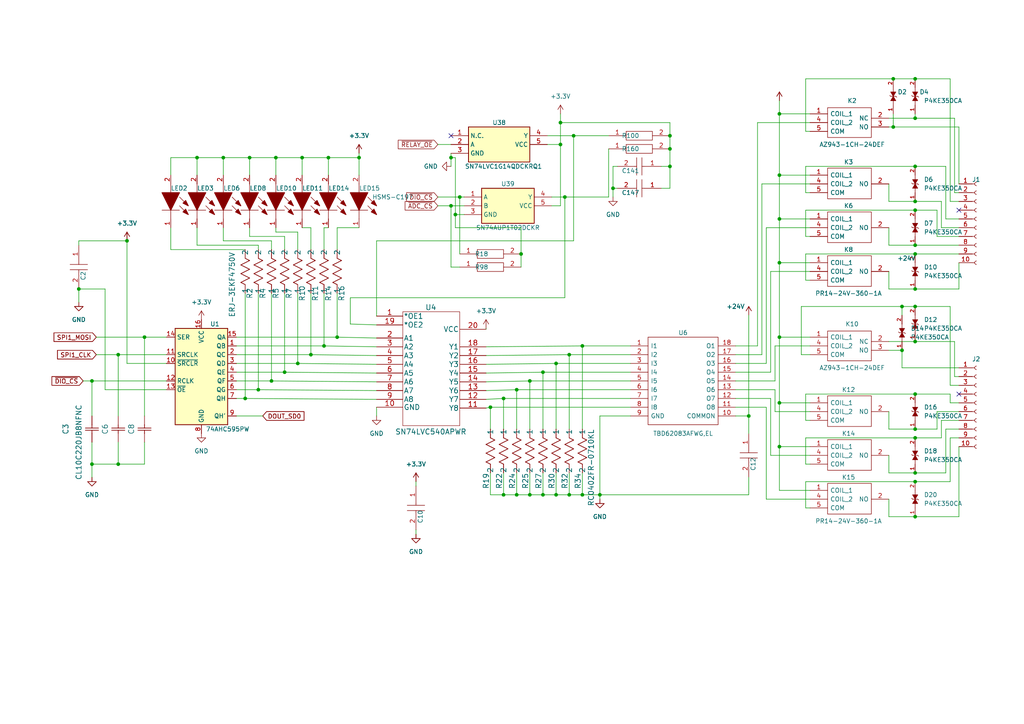
<source format=kicad_sch>
(kicad_sch (version 20230121) (generator eeschema)
  (paper "A4")
  (title_block (title "Digital Outputs") (date "2023-02-24") (company "OPA Foundation"))
  (junction (at 265.43 127))
  (junction (at 259.08 22.86))
  (junction (at 265.43 149.86))
  (junction (at 71.12 115.57))
  (junction (at 36.83 69.85))
  (junction (at 162.56 41.91))
  (junction (at 157.48 143.51))
  (junction (at 265.43 22.86))
  (junction (at 93.98 100.33))
  (junction (at 162.56 35.56))
  (junction (at 80.01 45.72))
  (junction (at 26.67 134.62))
  (junction (at 194.31 48.26))
  (junction (at 149.86 143.51))
  (junction (at 265.43 60.96))
  (junction (at 226.06 76.2))
  (junction (at 265.43 99.06))
  (junction (at 173.99 143.51))
  (junction (at 86.36 105.41))
  (junction (at 265.43 71.12))
  (junction (at 146.05 115.57))
  (junction (at 64.77 45.72))
  (junction (at 194.31 39.37))
  (junction (at 168.91 143.51))
  (junction (at 265.43 48.26))
  (junction (at 146.05 143.51))
  (junction (at 78.74 110.49))
  (junction (at 34.29 102.87))
  (junction (at 165.1 143.51))
  (junction (at 153.67 110.49))
  (junction (at 265.43 34.29))
  (junction (at 72.39 45.72))
  (junction (at 161.29 105.41))
  (junction (at 168.91 100.33))
  (junction (at 265.43 137.16))
  (junction (at 41.91 97.79))
  (junction (at 265.43 83.82))
  (junction (at 142.24 118.11))
  (junction (at 153.67 143.51))
  (junction (at 226.06 116.84))
  (junction (at 194.31 43.18))
  (junction (at 261.62 101.6))
  (junction (at 259.08 36.83))
  (junction (at 226.06 129.54))
  (junction (at 104.14 45.72))
  (junction (at 57.15 45.72))
  (junction (at 165.1 102.87))
  (junction (at 82.55 107.95))
  (junction (at 265.43 73.66))
  (junction (at 265.43 114.3))
  (junction (at 97.79 97.79))
  (junction (at 226.06 50.8))
  (junction (at 151.13 73.66))
  (junction (at 149.86 113.03))
  (junction (at 261.62 88.9))
  (junction (at 217.17 120.65))
  (junction (at 177.8 54.61))
  (junction (at 226.06 97.79))
  (junction (at 26.67 110.49))
  (junction (at 22.86 83.82))
  (junction (at 34.29 134.62))
  (junction (at 132.08 62.23))
  (junction (at 87.63 45.72))
  (junction (at 265.43 88.9))
  (junction (at 130.81 45.72))
  (junction (at 265.43 124.46))
  (junction (at 166.37 39.37))
  (junction (at 133.35 57.15))
  (junction (at 226.06 33.02))
  (junction (at 157.48 107.95))
  (junction (at 161.29 143.51))
  (junction (at 226.06 63.5))
  (junction (at 265.43 139.7))
  (junction (at 90.17 102.87))
  (junction (at 95.25 45.72))
  (junction (at 163.83 57.15))
  (junction (at 74.93 113.03))
  (junction (at 265.43 58.42))
  (junction (at 130.81 59.69))
  (no_connect (at 130.81 39.37))
  (no_connect (at 278.13 60.96))
  (no_connect (at 278.13 114.3))
  (wire (pts (xy 278.13 36.83) (xy 259.08 36.83)))
  (wire (pts (xy 41.91 128.27) (xy 41.91 134.62)))
  (wire (pts (xy 232.41 102.87) (xy 232.41 88.9)))
  (wire (pts (xy 226.06 50.8) (xy 234.95 50.8)))
  (wire (pts (xy 233.68 55.88) (xy 233.68 48.26)))
  (wire (pts (xy 90.17 85.09) (xy 90.17 102.87)))
  (wire (pts (xy 149.86 113.03) (xy 149.86 124.46)))
  (wire (pts (xy 173.99 120.65) (xy 173.99 143.51)))
  (wire (pts (xy 151.13 73.66) (xy 151.13 77.47)))
  (wire (pts (xy 271.78 119.38) (xy 271.78 124.46)))
  (wire (pts (xy 30.48 113.03) (xy 48.26 113.03)))
  (wire (pts (xy 120.65 139.7) (xy 120.65 140.97)))
  (wire (pts (xy 257.81 119.38) (xy 257.81 124.46)))
  (wire (pts (xy 257.81 34.29) (xy 265.43 34.29)))
  (wire (pts (xy 233.68 114.3) (xy 265.43 114.3)))
  (wire (pts (xy 90.17 102.87) (xy 109.22 103.124)))
  (wire (pts (xy 194.31 39.37) (xy 194.31 35.56)))
  (wire (pts (xy 222.25 118.11) (xy 222.25 144.78)))
  (wire (pts (xy 161.29 143.51) (xy 165.1 143.51)))
  (wire (pts (xy 130.81 48.26) (xy 130.81 45.72)))
  (wire (pts (xy 274.32 124.46) (xy 274.32 137.16)))
  (wire (pts (xy 140.97 108.204) (xy 157.48 107.95)))
  (wire (pts (xy 213.36 107.95) (xy 223.52 107.95)))
  (wire (pts (xy 71.12 115.57) (xy 109.22 115.824)))
  (wire (pts (xy 265.43 22.86) (xy 275.59 22.86)))
  (wire (pts (xy 234.95 53.34) (xy 220.98 53.34)))
  (wire (pts (xy 30.48 83.82) (xy 30.48 113.03)))
  (wire (pts (xy 257.81 53.34) (xy 257.81 58.42)))
  (wire (pts (xy 72.39 68.58) (xy 82.55 68.58)))
  (wire (pts (xy 34.29 128.27) (xy 34.29 134.62)))
  (wire (pts (xy 57.15 45.72) (xy 49.53 45.72)))
  (wire (pts (xy 234.95 68.58) (xy 233.68 68.58)))
  (wire (pts (xy 234.95 55.88) (xy 233.68 55.88)))
  (wire (pts (xy 64.77 69.85) (xy 78.74 69.85)))
  (wire (pts (xy 26.67 110.49) (xy 26.67 120.65)))
  (wire (pts (xy 233.68 127) (xy 265.43 127)))
  (wire (pts (xy 234.95 78.74) (xy 223.52 78.74)))
  (wire (pts (xy 87.63 45.72) (xy 87.63 50.8)))
  (wire (pts (xy 233.68 68.58) (xy 233.68 60.96)))
  (wire (pts (xy 64.77 45.72) (xy 57.15 45.72)))
  (wire (pts (xy 78.74 69.85) (xy 78.74 72.39)))
  (wire (pts (xy 278.13 66.04) (xy 273.05 66.04)))
  (wire (pts (xy 265.43 137.16) (xy 274.32 137.16)))
  (wire (pts (xy 74.93 71.12) (xy 74.93 72.39)))
  (wire (pts (xy 163.83 86.36) (xy 101.6 86.36)))
  (wire (pts (xy 36.83 69.85) (xy 22.86 69.85)))
  (wire (pts (xy 97.79 85.09) (xy 97.79 97.79)))
  (wire (pts (xy 27.94 102.87) (xy 34.29 102.87)))
  (wire (pts (xy 64.77 66.04) (xy 64.77 69.85)))
  (wire (pts (xy 86.36 85.09) (xy 86.36 105.41)))
  (wire (pts (xy 101.6 93.98) (xy 109.22 94.234)))
  (wire (pts (xy 165.1 143.51) (xy 168.91 143.51)))
  (wire (pts (xy 87.63 45.72) (xy 95.25 45.72)))
  (wire (pts (xy 275.59 22.86) (xy 275.59 58.42)))
  (wire (pts (xy 157.48 107.95) (xy 157.48 124.46)))
  (wire (pts (xy 153.67 143.51) (xy 157.48 143.51)))
  (wire (pts (xy 142.24 118.11) (xy 182.88 118.11)))
  (wire (pts (xy 234.95 121.92) (xy 233.68 121.92)))
  (wire (pts (xy 226.06 33.02) (xy 234.95 33.02)))
  (wire (pts (xy 194.31 54.61) (xy 194.31 48.26)))
  (wire (pts (xy 127 41.91) (xy 130.81 41.91)))
  (wire (pts (xy 261.62 106.68) (xy 278.13 106.68)))
  (wire (pts (xy 34.29 134.62) (xy 41.91 134.62)))
  (wire (pts (xy 26.67 134.62) (xy 26.67 138.43)))
  (wire (pts (xy 26.67 110.49) (xy 48.26 110.49)))
  (wire (pts (xy 142.24 137.16) (xy 142.24 143.51)))
  (wire (pts (xy 261.62 88.9) (xy 261.62 91.44)))
  (wire (pts (xy 132.08 66.04) (xy 132.08 62.23)))
  (wire (pts (xy 149.86 137.16) (xy 149.86 143.51)))
  (wire (pts (xy 278.13 129.54) (xy 278.13 149.86)))
  (wire (pts (xy 233.68 60.96) (xy 265.43 60.96)))
  (wire (pts (xy 49.53 72.39) (xy 71.12 72.39)))
  (wire (pts (xy 140.97 100.584) (xy 168.91 100.33)))
  (wire (pts (xy 191.77 54.61) (xy 194.31 54.61)))
  (wire (pts (xy 140.97 105.664) (xy 161.29 105.41)))
  (wire (pts (xy 278.13 127) (xy 275.59 127)))
  (wire (pts (xy 97.79 97.79) (xy 109.22 98.044)))
  (wire (pts (xy 68.58 120.65) (xy 76.2 120.65)))
  (wire (pts (xy 104.14 45.72) (xy 95.25 45.72)))
  (wire (pts (xy 120.65 153.67) (xy 120.65 154.94)))
  (wire (pts (xy 234.95 35.56) (xy 219.71 35.56)))
  (wire (pts (xy 140.97 110.744) (xy 153.67 110.49)))
  (wire (pts (xy 226.06 142.24) (xy 234.95 142.24)))
  (wire (pts (xy 233.68 81.28) (xy 233.68 73.66)))
  (wire (pts (xy 233.68 139.7) (xy 265.43 139.7)))
  (wire (pts (xy 278.13 116.84) (xy 275.59 116.84)))
  (wire (pts (xy 97.79 66.04) (xy 104.14 66.04)))
  (wire (pts (xy 127 57.15) (xy 133.35 57.15)))
  (wire (pts (xy 87.63 66.04) (xy 90.17 66.04)))
  (wire (pts (xy 234.95 38.1) (xy 233.68 38.1)))
  (wire (pts (xy 278.13 68.58) (xy 271.78 68.58)))
  (wire (pts (xy 163.83 57.15) (xy 163.83 86.36)))
  (wire (pts (xy 177.8 54.61) (xy 179.07 54.61)))
  (wire (pts (xy 275.59 88.9) (xy 275.59 111.76)))
  (wire (pts (xy 72.39 66.04) (xy 72.39 68.58)))
  (wire (pts (xy 177.8 48.26) (xy 177.8 54.61)))
  (wire (pts (xy 259.08 33.02) (xy 259.08 36.83)))
  (wire (pts (xy 146.05 124.46) (xy 146.05 115.57)))
  (wire (pts (xy 219.71 35.56) (xy 219.71 100.33)))
  (wire (pts (xy 166.37 69.85) (xy 109.22 69.85)))
  (wire (pts (xy 220.98 53.34) (xy 220.98 102.87)))
  (wire (pts (xy 26.67 128.27) (xy 26.67 134.62)))
  (wire (pts (xy 160.02 59.69) (xy 162.56 59.69)))
  (wire (pts (xy 257.81 99.06) (xy 265.43 99.06)))
  (wire (pts (xy 134.62 62.23) (xy 132.08 62.23)))
  (wire (pts (xy 133.35 57.15) (xy 133.35 73.66)))
  (wire (pts (xy 265.43 149.86) (xy 278.13 149.86)))
  (wire (pts (xy 278.13 58.42) (xy 275.59 58.42)))
  (wire (pts (xy 86.36 67.31) (xy 86.36 72.39)))
  (wire (pts (xy 161.29 105.41) (xy 182.88 105.41)))
  (wire (pts (xy 226.06 129.54) (xy 234.95 129.54)))
  (wire (pts (xy 261.62 88.9) (xy 265.43 88.9)))
  (wire (pts (xy 149.86 113.03) (xy 182.88 113.03)))
  (wire (pts (xy 72.39 45.72) (xy 72.39 50.8)))
  (wire (pts (xy 41.91 97.79) (xy 48.26 97.79)))
  (wire (pts (xy 158.75 39.37) (xy 166.37 39.37)))
  (wire (pts (xy 22.86 69.85) (xy 22.86 71.12)))
  (wire (pts (xy 278.13 55.88) (xy 276.86 55.88)))
  (wire (pts (xy 93.98 66.04) (xy 93.98 72.39)))
  (wire (pts (xy 265.43 58.42) (xy 273.05 58.42)))
  (wire (pts (xy 80.01 45.72) (xy 72.39 45.72)))
  (wire (pts (xy 278.13 119.38) (xy 271.78 119.38)))
  (wire (pts (xy 257.81 71.12) (xy 265.43 71.12)))
  (wire (pts (xy 140.97 113.284) (xy 149.86 113.03)))
  (wire (pts (xy 276.86 55.88) (xy 276.86 34.29)))
  (wire (pts (xy 153.67 137.16) (xy 153.67 143.51)))
  (wire (pts (xy 217.17 120.65) (xy 217.17 125.73)))
  (wire (pts (xy 153.67 110.49) (xy 153.67 124.46)))
  (wire (pts (xy 132.08 45.72) (xy 130.81 45.72)))
  (wire (pts (xy 95.25 45.72) (xy 95.25 50.8)))
  (wire (pts (xy 213.36 120.65) (xy 217.17 120.65)))
  (wire (pts (xy 226.06 50.8) (xy 226.06 63.5)))
  (wire (pts (xy 232.41 88.9) (xy 261.62 88.9)))
  (wire (pts (xy 217.17 91.44) (xy 217.17 120.65)))
  (wire (pts (xy 133.35 57.15) (xy 134.62 57.15)))
  (wire (pts (xy 151.13 73.66) (xy 151.13 66.04)))
  (wire (pts (xy 234.95 144.78) (xy 222.25 144.78)))
  (wire (pts (xy 265.43 124.46) (xy 271.78 124.46)))
  (wire (pts (xy 234.95 132.08) (xy 223.52 132.08)))
  (wire (pts (xy 133.35 77.47) (xy 130.81 77.47)))
  (wire (pts (xy 278.13 124.46) (xy 274.32 124.46)))
  (wire (pts (xy 257.81 137.16) (xy 265.43 137.16)))
  (wire (pts (xy 265.43 88.9) (xy 275.59 88.9)))
  (wire (pts (xy 95.25 66.04) (xy 93.98 66.04)))
  (wire (pts (xy 157.48 107.95) (xy 182.88 107.95)))
  (wire (pts (xy 226.06 97.79) (xy 234.95 97.79)))
  (wire (pts (xy 22.86 83.82) (xy 22.86 87.63)))
  (wire (pts (xy 130.81 59.69) (xy 130.81 77.47)))
  (wire (pts (xy 86.36 105.41) (xy 109.22 105.664)))
  (wire (pts (xy 24.13 110.49) (xy 26.67 110.49)))
  (wire (pts (xy 265.43 139.7) (xy 275.59 139.7)))
  (wire (pts (xy 97.79 66.04) (xy 97.79 72.39)))
  (wire (pts (xy 142.24 143.51) (xy 146.05 143.51)))
  (wire (pts (xy 158.75 41.91) (xy 162.56 41.91)))
  (wire (pts (xy 146.05 115.57) (xy 182.88 115.57)))
  (wire (pts (xy 213.36 113.03) (xy 224.79 113.03)))
  (wire (pts (xy 165.1 137.16) (xy 165.1 143.51)))
  (wire (pts (xy 234.95 147.32) (xy 233.68 147.32)))
  (wire (pts (xy 265.43 127) (xy 273.05 127)))
  (wire (pts (xy 275.59 127) (xy 275.59 139.7)))
  (wire (pts (xy 223.52 132.08) (xy 223.52 115.57)))
  (wire (pts (xy 72.39 45.72) (xy 64.77 45.72)))
  (wire (pts (xy 278.13 63.5) (xy 274.32 63.5)))
  (wire (pts (xy 166.37 39.37) (xy 166.37 69.85)))
  (wire (pts (xy 173.99 143.51) (xy 173.99 144.78)))
  (wire (pts (xy 57.15 45.72) (xy 57.15 50.8)))
  (wire (pts (xy 224.79 119.38) (xy 224.79 113.03)))
  (wire (pts (xy 161.29 137.16) (xy 161.29 143.51)))
  (wire (pts (xy 173.99 120.65) (xy 182.88 120.65)))
  (wire (pts (xy 179.07 48.26) (xy 177.8 48.26)))
  (wire (pts (xy 219.71 100.33) (xy 213.36 100.33)))
  (wire (pts (xy 213.36 118.11) (xy 222.25 118.11)))
  (wire (pts (xy 194.31 39.37) (xy 194.31 43.18)))
  (wire (pts (xy 226.06 76.2) (xy 226.06 97.79)))
  (wire (pts (xy 271.78 68.58) (xy 271.78 60.96)))
  (wire (pts (xy 233.68 121.92) (xy 233.68 114.3)))
  (wire (pts (xy 162.56 41.91) (xy 162.56 59.69)))
  (wire (pts (xy 162.56 33.02) (xy 162.56 35.56)))
  (wire (pts (xy 223.52 78.74) (xy 223.52 107.95)))
  (wire (pts (xy 233.68 134.62) (xy 233.68 127)))
  (wire (pts (xy 82.55 107.95) (xy 109.22 108.204)))
  (wire (pts (xy 157.48 137.16) (xy 157.48 143.51)))
  (wire (pts (xy 140.97 118.364) (xy 142.24 118.11)))
  (wire (pts (xy 226.06 116.84) (xy 234.95 116.84)))
  (wire (pts (xy 233.68 22.86) (xy 259.08 22.86)))
  (wire (pts (xy 191.77 48.26) (xy 194.31 48.26)))
  (wire (pts (xy 226.06 97.79) (xy 226.06 116.84)))
  (wire (pts (xy 234.95 66.04) (xy 222.25 66.04)))
  (wire (pts (xy 41.91 97.79) (xy 41.91 120.65)))
  (wire (pts (xy 233.68 147.32) (xy 233.68 139.7)))
  (wire (pts (xy 259.08 22.86) (xy 265.43 22.86)))
  (wire (pts (xy 149.86 143.51) (xy 153.67 143.51)))
  (wire (pts (xy 109.22 69.85) (xy 109.22 91.694)))
  (wire (pts (xy 36.83 69.85) (xy 36.83 105.41)))
  (wire (pts (xy 265.43 33.02) (xy 265.43 34.29)))
  (wire (pts (xy 265.43 60.96) (xy 271.78 60.96)))
  (wire (pts (xy 153.67 110.49) (xy 182.88 110.49)))
  (wire (pts (xy 257.81 101.6) (xy 261.62 101.6)))
  (wire (pts (xy 130.81 59.69) (xy 134.62 59.69)))
  (wire (pts (xy 68.58 110.49) (xy 78.74 110.49)))
  (wire (pts (xy 127 59.69) (xy 130.81 59.69)))
  (wire (pts (xy 213.36 115.57) (xy 223.52 115.57)))
  (wire (pts (xy 68.58 105.41) (xy 86.36 105.41)))
  (wire (pts (xy 233.68 48.26) (xy 265.43 48.26)))
  (wire (pts (xy 162.56 35.56) (xy 162.56 41.91)))
  (wire (pts (xy 226.06 63.5) (xy 226.06 76.2)))
  (wire (pts (xy 224.79 100.33) (xy 224.79 110.49)))
  (wire (pts (xy 49.53 66.04) (xy 49.53 72.39)))
  (wire (pts (xy 176.53 43.18) (xy 176.53 57.15)))
  (wire (pts (xy 176.53 57.15) (xy 163.83 57.15)))
  (wire (pts (xy 278.13 53.34) (xy 278.13 36.83)))
  (wire (pts (xy 265.43 99.06) (xy 276.86 99.06)))
  (wire (pts (xy 257.81 144.78) (xy 257.81 149.86)))
  (wire (pts (xy 278.13 109.22) (xy 276.86 109.22)))
  (wire (pts (xy 74.93 85.09) (xy 74.93 113.03)))
  (wire (pts (xy 257.81 124.46) (xy 265.43 124.46)))
  (wire (pts (xy 78.74 110.49) (xy 109.22 110.744)))
  (wire (pts (xy 140.97 115.824) (xy 146.05 115.57)))
  (wire (pts (xy 166.37 39.37) (xy 176.53 39.37)))
  (wire (pts (xy 104.14 45.72) (xy 104.14 50.8)))
  (wire (pts (xy 226.06 116.84) (xy 226.06 129.54)))
  (wire (pts (xy 168.91 100.33) (xy 168.91 124.46)))
  (wire (pts (xy 278.13 76.2) (xy 278.13 83.82)))
  (wire (pts (xy 34.29 120.65) (xy 34.29 102.87)))
  (wire (pts (xy 146.05 143.51) (xy 149.86 143.51)))
  (wire (pts (xy 27.94 97.79) (xy 41.91 97.79)))
  (wire (pts (xy 80.01 67.31) (xy 86.36 67.31)))
  (wire (pts (xy 74.93 113.03) (xy 109.22 113.284)))
  (wire (pts (xy 168.91 137.16) (xy 168.91 143.51)))
  (wire (pts (xy 173.99 143.51) (xy 217.17 143.51)))
  (wire (pts (xy 168.91 143.51) (xy 173.99 143.51)))
  (wire (pts (xy 234.95 81.28) (xy 233.68 81.28)))
  (wire (pts (xy 68.58 113.03) (xy 74.93 113.03)))
  (wire (pts (xy 68.58 115.57) (xy 71.12 115.57)))
  (wire (pts (xy 213.36 110.49) (xy 224.79 110.49)))
  (wire (pts (xy 161.29 105.41) (xy 161.29 124.46)))
  (wire (pts (xy 146.05 137.16) (xy 146.05 143.51)))
  (wire (pts (xy 213.36 105.41) (xy 222.25 105.41)))
  (wire (pts (xy 177.8 54.61) (xy 177.8 57.15)))
  (wire (pts (xy 142.24 118.11) (xy 142.24 124.46)))
  (wire (pts (xy 90.17 66.04) (xy 90.17 72.39)))
  (wire (pts (xy 151.13 66.04) (xy 132.08 66.04)))
  (wire (pts (xy 168.91 100.33) (xy 182.88 100.33)))
  (wire (pts (xy 157.48 143.51) (xy 161.29 143.51)))
  (wire (pts (xy 257.81 36.83) (xy 259.08 36.83)))
  (wire (pts (xy 160.02 57.15) (xy 163.83 57.15)))
  (wire (pts (xy 49.53 45.72) (xy 49.53 50.8)))
  (wire (pts (xy 222.25 66.04) (xy 222.25 105.41)))
  (wire (pts (xy 80.01 45.72) (xy 80.01 50.8)))
  (wire (pts (xy 132.08 62.23) (xy 132.08 45.72)))
  (wire (pts (xy 234.95 119.38) (xy 224.79 119.38)))
  (wire (pts (xy 217.17 138.43) (xy 217.17 143.51)))
  (wire (pts (xy 276.86 99.06) (xy 276.86 109.22)))
  (wire (pts (xy 265.43 83.82) (xy 278.13 83.82)))
  (wire (pts (xy 265.43 71.12) (xy 278.13 71.12)))
  (wire (pts (xy 275.59 116.84) (xy 275.59 114.3)))
  (wire (pts (xy 233.68 38.1) (xy 233.68 22.86)))
  (wire (pts (xy 140.97 95.504) (xy 140.97 95.25)))
  (wire (pts (xy 71.12 85.09) (xy 71.12 115.57)))
  (wire (pts (xy 257.81 66.04) (xy 257.81 71.12)))
  (wire (pts (xy 226.06 29.21) (xy 226.06 33.02)))
  (wire (pts (xy 80.01 66.04) (xy 80.01 67.31)))
  (wire (pts (xy 261.62 106.68) (xy 261.62 101.6)))
  (wire (pts (xy 233.68 73.66) (xy 265.43 73.66)))
  (wire (pts (xy 274.32 63.5) (xy 274.32 48.26)))
  (wire (pts (xy 226.06 76.2) (xy 234.95 76.2)))
  (wire (pts (xy 82.55 85.09) (xy 82.55 107.95)))
  (wire (pts (xy 273.05 121.92) (xy 273.05 127)))
  (wire (pts (xy 265.43 114.3) (xy 275.59 114.3)))
  (wire (pts (xy 104.14 44.45) (xy 104.14 45.72)))
  (wire (pts (xy 130.81 44.45) (xy 130.81 45.72)))
  (wire (pts (xy 226.06 33.02) (xy 226.06 50.8)))
  (wire (pts (xy 87.63 45.72) (xy 80.01 45.72)))
  (wire (pts (xy 265.43 48.26) (xy 274.32 48.26)))
  (wire (pts (xy 78.74 85.09) (xy 78.74 110.49)))
  (wire (pts (xy 194.31 48.26) (xy 194.31 43.18)))
  (wire (pts (xy 234.95 134.62) (xy 233.68 134.62)))
  (wire (pts (xy 101.6 86.36) (xy 101.6 93.98)))
  (wire (pts (xy 109.22 118.11) (xy 109.22 120.65)))
  (wire (pts (xy 68.58 102.87) (xy 90.17 102.87)))
  (wire (pts (xy 226.06 129.54) (xy 226.06 142.24)))
  (wire (pts (xy 213.36 102.87) (xy 220.98 102.87)))
  (wire (pts (xy 257.81 58.42) (xy 265.43 58.42)))
  (wire (pts (xy 226.06 63.5) (xy 234.95 63.5)))
  (wire (pts (xy 257.81 78.74) (xy 257.81 83.82)))
  (wire (pts (xy 278.13 111.76) (xy 275.59 111.76)))
  (wire (pts (xy 34.29 102.87) (xy 48.26 102.87)))
  (wire (pts (xy 64.77 45.72) (xy 64.77 50.8)))
  (wire (pts (xy 194.31 35.56) (xy 162.56 35.56)))
  (wire (pts (xy 257.81 132.08) (xy 257.81 137.16)))
  (wire (pts (xy 82.55 68.58) (xy 82.55 72.39)))
  (wire (pts (xy 234.95 100.33) (xy 224.79 100.33)))
  (wire (pts (xy 30.48 83.82) (xy 22.86 83.82)))
  (wire (pts (xy 265.43 34.29) (xy 276.86 34.29)))
  (wire (pts (xy 57.15 66.04) (xy 57.15 71.12)))
  (wire (pts (xy 68.58 107.95) (xy 82.55 107.95)))
  (wire (pts (xy 273.05 66.04) (xy 273.05 58.42)))
  (wire (pts (xy 165.1 124.46) (xy 165.1 102.87)))
  (wire (pts (xy 234.95 102.87) (xy 232.41 102.87)))
  (wire (pts (xy 257.81 83.82) (xy 265.43 83.82)))
  (wire (pts (xy 93.98 85.09) (xy 93.98 100.33)))
  (wire (pts (xy 278.13 121.92) (xy 273.05 121.92)))
  (wire (pts (xy 26.67 134.62) (xy 34.29 134.62)))
  (wire (pts (xy 93.98 100.33) (xy 109.22 100.584)))
  (wire (pts (xy 265.43 73.66) (xy 278.13 73.66)))
  (wire (pts (xy 57.15 71.12) (xy 74.93 71.12)))
  (wire (pts (xy 140.97 103.124) (xy 165.1 102.87)))
  (wire (pts (xy 68.58 100.33) (xy 93.98 100.33)))
  (wire (pts (xy 257.81 149.86) (xy 265.43 149.86)))
  (wire (pts (xy 36.83 105.41) (xy 48.26 105.41)))
  (wire (pts (xy 68.58 97.79) (xy 97.79 97.79)))
  (wire (pts (xy 165.1 102.87) (xy 182.88 102.87)))
  (global_label "DOUT_SD0" (shape input) (at 76.2 120.65 0) (property "Intersheetrefs" "${INTERSHEET_REFS}" (effects hide)))
  (global_label "DOUT_SD0" (shape input) (at 76.2 120.65 0) (property "Intersheetrefs" "${INTERSHEET_REFS}" (effects hide)))
  (global_label "~{RELAY_OE}" (shape input) (at 127 41.91 180) (property "Intersheetrefs" "${INTERSHEET_REFS}" (effects hide)))
  (global_label "~{DIO_CS}" (shape input) (at 127 57.15 180) (property "Intersheetrefs" "${INTERSHEET_REFS}" (effects hide)))
  (global_label "SPI1_MOSI" (shape input) (at 27.94 97.79 180) (property "Intersheetrefs" "${INTERSHEET_REFS}" (effects hide)))
  (global_label "SPI1_MOSI" (shape input) (at 27.94 97.79 180) (property "Intersheetrefs" "${INTERSHEET_REFS}" (effects hide)))
  (global_label "SPI1_CLK" (shape input) (at 27.94 102.87 180) (property "Intersheetrefs" "${INTERSHEET_REFS}" (effects hide)))
  (global_label "SPI1_CLK" (shape input) (at 27.94 102.87 180) (property "Intersheetrefs" "${INTERSHEET_REFS}" (effects hide)))
  (global_label "~{ADC_CS}" (shape input) (at 127 59.69 180) (property "Intersheetrefs" "${INTERSHEET_REFS}" (effects hide)))
  (global_label "~{DIO_CS}" (shape input) (at 24.13 110.49 180) (property "Intersheetrefs" "${INTERSHEET_REFS}" (effects hide)))
  (global_label "~{DIO_CS}" (shape input) (at 24.13 110.49 180) (property "Intersheetrefs" "${INTERSHEET_REFS}" (effects hide)))
  (symbol (lib_id "ULN2803AFWG_C_ELHA:ULN2803AFWG_C,ELHA") (at 182.88 100.33 0) (unit 1)
    (property "Reference" "U6" (at 198.12 96.52 0))
    (property "Value" "TBD62083AFWG,EL" (at 198.12 125.73 0))
    (property "Footprint" "footprints:SOIC127P1030X265-18N" (effects hide))
    (property "Datasheet" "https://componentsearchengine.com/Datasheets/1/ULN2803AFWG(C,ELHA.pdf" (effects hide))
    (property "Description" "8 Channel High Current Driver SOL18P-300 T+R Lead" (effects hide))
    (property "Height" "2.65" (effects hide))
    (property "Manufacturer_Name" "Toshiba" (effects hide))
    (property "Manufacturer_Part_Number" "ULN2803AFWG(C,ELHA" (effects hide))
    (property "Mouser Part Number" "757-ULN2803AFWGCELHA" (effects hide))
    (property "Mouser Price/Stock" "https://www.mouser.co.uk/ProductDetail/Toshiba/ULN2803AFWGCELHA?qs=QhGSDAOLffLyZyOzY3%2FYww%3D%3D" (effects hide))
    (property "Arrow Part Number" "ULN2803AFWG(C,ELHA" (effects hide))
    (property "Arrow Price/Stock" "https://www.arrow.com/en/products/uln2803afwg-celha/toshiba" (effects hide))
  )
  (symbol (lib_id "HT-191:HT-191NB-YYYY") (at 72.39 66.04 270) (mirror x) (unit 1)
    (property "Reference" "LED8" (at 72.39 54.61 90) (effects (justify left)))
    (property "Value" "HSMS-C197" (effects hide))
    (property "Footprint" "footprints:LEDC1608X60N" (effects hide))
    (property "Datasheet" "https://datasheet.octopart.com/HT-191TW-Harvatek-datasheet-11745710.pdf" (effects hide))
    (property "Description" "Top-emitting 0603 (1608) HT-191 Series" (effects hide))
    (property "Height" "0.6" (effects hide))
    (property "Manufacturer_Name" "Harvatek" (effects hide))
    (property "Manufacturer_Part_Number" "HSMS-C197" (effects hide))
  )
  (symbol (lib_id "power:GND") (at 130.81 48.26 270) (unit 1)
    (property "Reference" "#PWR09" (effects hide))
    (property "Value" "GND" (at 127 48.2599 90) (effects (justify right)))
  )
  (symbol (lib_name "833H-1A-F-S-24VDC_4") (lib_id "833H-1A-24:833H-1A-F-S-24VDC") (at 246.38 78.74 0) (mirror y) (unit 1)
    (property "Reference" "K8" (at 246.126 72.39 0))
    (property "Value" "PR14-24V-360-1A" (at 246.126 85.09 0))
    (property "Footprint" "footprints:833H1CFS24VDC" (effects hide))
    (property "Datasheet" "https://componentsearchengine.com/Datasheets/1/833H-1C-F-S-24VDC.pdf" (effects hide))
    (property "Description" "General Purpose Relays 10A, General Purpose Relay" (effects hide))
    (property "Height" "15.5" (effects hide))
    (property "Manufacturer_Name" "Song Chuan" (effects hide))
    (property "Manufacturer_Part_Number" "833H-1C-F-S-24VDC" (effects hide))
    (property "Mouser Part Number" "893-833H1CFS24VDC" (effects hide))
    (property "Mouser Price/Stock" "https://www.mouser.com/Search/Refine.aspx?Keyword=893-833H1CFS24VDC" (effects hide))
  )
  (symbol (lib_id "P4KE350CA:P4KE350CA") (at 261.62 96.52 90) (unit 1)
    (property "Reference" "D14" (at 264.16 95.2499 90) (effects (justify right)))
    (property "Value" "P4KE350CA" (at 264.16 97.7899 90) (effects (justify right)))
    (property "Footprint" "footprints:DIOAD1036W78L470D235" (effects hide))
    (property "PARTREV" "N2104" (effects hide))
    (property "MAXIMUM_PACKAGE_HEIGHT" "2.70 mm" (effects hide))
    (property "STANDARD" "IPC-7351B" (effects hide))
    (property "MANUFACTURER" "Taiwan Semiconductor" (effects hide))
    (property "Manufacturer_Part_Number" "P4KE350CA" (effects hide))
  )
  (symbol (lib_id "2023-01-18_21-00-29:MCR03EZPFX4750") (at 90.17 85.09 90) (unit 1)
    (property "Reference" "R11" (at 91.44 85.09 0) (effects (font (size 1.524 1.524))))
    (property "Value" "ERJ-3EKF4750V" (effects hide))
    (property "Footprint" "Resistor_SMD:R_0603_1608Metric" (effects hide))
    (property "Manufacturer_Part_Number" "ERJ-3EKF4750V" (effects hide))
  )
  (symbol (lib_id "2023-01-18_21-01-39:ERJ-3GEYJ103V") (at 149.86 137.16 90) (unit 1)
    (property "Reference" "R24" (at 148.59 137.16 0) (effects (font (size 1.524 1.524)) (justify right)))
    (property "Value" "RC0402FR-0710KL" (effects hide))
    (property "Footprint" "Resistor_SMD:R_0402_1005Metric_Pad0.72x0.64mm_HandSolder" (effects hide))
  )
  (symbol (lib_id "P4KE350CA:P4KE350CA") (at 265.43 27.94 90) (unit 1)
    (property "Reference" "D4" (at 266.7 26.67 90) (effects (justify right)))
    (property "Value" "P4KE350CA" (at 267.97 29.2099 90) (effects (justify right)))
    (property "Footprint" "footprints:DIOAD1036W78L470D235" (effects hide))
    (property "PARTREV" "N2104" (effects hide))
    (property "MAXIMUM_PACKAGE_HEIGHT" "2.70 mm" (effects hide))
    (property "STANDARD" "IPC-7351B" (effects hide))
    (property "MANUFACTURER" "Taiwan Semiconductor" (effects hide))
    (property "Manufacturer_Part_Number" "P4KE350CA" (effects hide))
  )
  (symbol (lib_id "2023-01-18_21-00-29:MCR03EZPFX4750") (at 93.98 85.09 90) (unit 1)
    (property "Reference" "R14" (at 95.25 85.09 0) (effects (font (size 1.524 1.524))))
    (property "Value" "ERJ-3EKF4750V" (effects hide))
    (property "Footprint" "Resistor_SMD:R_0603_1608Metric" (effects hide))
    (property "Manufacturer_Part_Number" "ERJ-3EKF4750V" (effects hide))
  )
  (symbol (lib_id "2023-01-18_20-52-27:GRM1885C1H220JA01D") (at 41.91 128.27 90) (unit 1)
    (property "Reference" "C8" (at 38.1 124.46 0) (effects (font (size 1.524 1.524))))
    (property "Value" "CL10C220JB8NFNC" (effects hide))
    (property "Footprint" "Capacitor_SMD:C_0603_1608Metric" (effects hide))
  )
  (symbol (lib_id "2023-01-18_20-52-27:GRM1885C1H220JA01D") (at 26.67 128.27 90) (unit 1)
    (property "Reference" "C3" (at 19.05 124.46 0) (effects (font (size 1.524 1.524))))
    (property "Value" "CL10C220JB8NFNC" (at 22.86 128.27 0) (effects (font (size 1.524 1.524))))
    (property "Footprint" "Capacitor_SMD:C_0603_1608Metric" (effects hide))
  )
  (symbol (lib_id "2023-01-18_21-01-39:ERJ-3GEYJ103V") (at 161.29 137.16 90) (unit 1)
    (property "Reference" "R30" (at 160.02 137.16 0) (effects (font (size 1.524 1.524)) (justify right)))
    (property "Value" "RC0402FR-0710KL" (effects hide))
    (property "Footprint" "Resistor_SMD:R_0402_1005Metric_Pad0.72x0.64mm_HandSolder" (effects hide))
  )
  (symbol (lib_id "power:+24V") (at 217.17 91.44 0) (unit 1)
    (property "Reference" "#PWR017" (effects hide))
    (property "Value" "+24V" (at 213.36 88.9 0))
  )
  (symbol (lib_id "power:+24V") (at 217.17 91.44 0) (unit 1)
    (property "Reference" "#PWR018" (effects hide))
    (property "Value" "+24V" (at 213.36 88.9 0))
  )
  (symbol (lib_name "833H-1C-F-S-24VDC_1") (lib_id "833H-1C-F-S-24VDC:833H-1C-F-S-24VDC") (at 246.38 100.33 0) (mirror y) (unit 1)
    (property "Reference" "K10" (at 247.142 93.98 0))
    (property "Value" "AZ943-1CH-24DEF" (at 247.142 106.68 0))
    (property "Footprint" "footprints:AZ9431CH24DE" (effects hide))
    (property "Datasheet" "https://componentsearchengine.com/Datasheets/1/833H-1C-F-S-24VDC.pdf" (effects hide))
    (property "Description" "General Purpose Relays 10A, General Purpose Relay" (effects hide))
    (property "Height" "15.5" (effects hide))
    (property "Manufacturer_Name" "Song Chuan" (effects hide))
    (property "Manufacturer_Part_Number" "833H-1C-F-S-24VDC" (effects hide))
    (property "Mouser Part Number" "893-833H1CFS24VDC" (effects hide))
    (property "Mouser Price/Stock" "https://www.mouser.com/Search/Refine.aspx?Keyword=893-833H1CFS24VDC" (effects hide))
  )
  (symbol (lib_id "power:GND") (at 58.42 125.73 0) (unit 1)
    (property "Reference" "#PWR0239" (effects hide))
    (property "Value" "GND" (at 58.42 130.81 0))
  )
  (symbol (lib_id "power:GND") (at 120.65 154.94 0) (unit 1)
    (property "Reference" "#PWR013" (effects hide))
    (property "Value" "GND" (at 120.65 160.02 0))
  )
  (symbol (lib_id "power:GND") (at 120.65 154.94 0) (unit 1)
    (property "Reference" "#PWR014" (effects hide))
    (property "Value" "GND" (at 120.65 160.02 0))
  )
  (symbol (lib_id "2023-01-18_21-01-39:ERJ-3GEYJ103V") (at 146.05 137.16 90) (unit 1)
    (property "Reference" "R22" (at 144.78 137.16 0) (effects (font (size 1.524 1.524)) (justify right)))
    (property "Value" "RC0402FR-0710KL" (effects hide))
    (property "Footprint" "Resistor_SMD:R_0402_1005Metric_Pad0.72x0.64mm_HandSolder" (effects hide))
  )
  (symbol (lib_id "power:+24V") (at 226.06 29.21 0) (unit 1)
    (property "Reference" "#PWR019" (effects hide))
    (property "Value" "+24V" (at 262.89 74.93 0))
  )
  (symbol (lib_id "power:+24V") (at 226.06 29.21 0) (unit 1)
    (property "Reference" "#PWR020" (effects hide))
    (property "Value" "+24V" (at 262.89 74.93 0))
  )
  (symbol (lib_id "power:+3.3V") (at 36.83 69.85 0) (unit 1)
    (property "Reference" "#PWR05" (effects hide))
    (property "Value" "+3.3V" (at 36.83 64.77 0))
  )
  (symbol (lib_id "power:+3.3V") (at 36.83 69.85 0) (unit 1)
    (property "Reference" "#PWR06" (effects hide))
    (property "Value" "+3.3V" (at 36.83 64.77 0))
  )
  (symbol (lib_id "P4KE350CA:P4KE350CA") (at 265.43 132.08 90) (unit 1)
    (property "Reference" "D18" (at 267.97 130.8099 90) (effects (justify right)))
    (property "Value" "P4KE350CA" (at 267.97 133.3499 90) (effects (justify right)))
    (property "Footprint" "footprints:DIOAD1036W78L470D235" (effects hide))
    (property "PARTREV" "N2104" (effects hide))
    (property "MAXIMUM_PACKAGE_HEIGHT" "2.70 mm" (effects hide))
    (property "STANDARD" "IPC-7351B" (effects hide))
    (property "MANUFACTURER" "Taiwan Semiconductor" (effects hide))
    (property "Manufacturer_Part_Number" "P4KE350CA" (effects hide))
  )
  (symbol (lib_id "2023-01-18_21-01-39:ERJ-3GEYJ103V") (at 157.48 137.16 90) (unit 1)
    (property "Reference" "R27" (at 156.21 137.16 0) (effects (font (size 1.524 1.524)) (justify right)))
    (property "Value" "RC0402FR-0710KL" (effects hide))
    (property "Footprint" "Resistor_SMD:R_0402_1005Metric_Pad0.72x0.64mm_HandSolder" (effects hide))
  )
  (symbol (lib_id "2023-01-18_21-00-29:MCR03EZPFX4750") (at 74.93 85.09 90) (unit 1)
    (property "Reference" "R4" (at 76.2 85.09 0) (effects (font (size 1.524 1.524))))
    (property "Value" "ERJ-3EKF4750V" (effects hide))
    (property "Footprint" "Resistor_SMD:R_0603_1608Metric" (effects hide))
    (property "Manufacturer_Part_Number" "ERJ-3EKF4750V" (effects hide))
  )
  (symbol (lib_id "2023-01-18_21-01-39:ERJ-3GEYJ103V") (at 168.91 137.16 90) (unit 1)
    (property "Reference" "R34" (at 167.64 137.16 0) (effects (font (size 1.524 1.524)) (justify right)))
    (property "Value" "RC0402FR-0710KL" (at 171.45 124.46 0) (effects (font (size 1.524 1.524)) (justify right)))
    (property "Footprint" "Resistor_SMD:R_0402_1005Metric_Pad0.72x0.64mm_HandSolder" (effects hide))
  )
  (symbol (lib_id "power:+3.3V") (at 104.14 44.45 0) (unit 1)
    (property "Reference" "#PWR07" (effects hide))
    (property "Value" "+3.3V" (at 104.14 39.37 0))
  )
  (symbol (lib_id "power:+3.3V") (at 104.14 44.45 0) (unit 1)
    (property "Reference" "#PWR08" (effects hide))
    (property "Value" "+3.3V" (at 104.14 39.37 0))
  )
  (symbol (lib_id "GRM155R71H104KE14D:GRM155R71H104KE14D") (at 191.77 54.61 0) (mirror y) (unit 1)
    (property "Reference" "C147" (at 182.88 55.88 0))
    (property "Value" "GRM155R71H104KE14D" (effects hide))
    (property "Footprint" "Capacitor_SMD:C_0402_1005Metric" (effects hide))
    (property "Datasheet" "https://datasheet.datasheetarchive.com/originals/distributors/DKDS-10/191322.pdf" (effects hide))
    (property "Description" "Multilayer Ceramic Capacitors MLCC - SMD/SMT 0402 0.1uF 50volts X7R 10%" (effects hide))
    (property "Height" "0.55" (effects hide))
    (property "Manufacturer_Name" "Murata Electronics" (effects hide))
    (property "Manufacturer_Part_Number" "GRM155R71H104KE14D" (effects hide))
    (property "Mouser Part Number" "81-GRM155R71H104KE4D" (effects hide))
    (property "Mouser Price/Stock" "https://www.mouser.co.uk/ProductDetail/Murata-Electronics/GRM155R71H104KE14D?qs=2UZY3JfgLCy9gG9icKV9Yg%3D%3D" (effects hide))
    (property "Arrow Part Number" "GRM155R71H104KE14D" (effects hide))
    (property "Arrow Price/Stock" "https://www.arrow.com/en/products/grm155r71h104ke14d/murata-manufacturing?region=nac" (effects hide))
  )
  (symbol (lib_id "2023-01-18_20-32-23:SN74LVC540APWR") (at 125.73 108.204 0) (unit 1)
    (property "Reference" "U4" (at 124.968 89.154 0) (effects (font (size 1.524 1.524))))
    (property "Value" "SN74LVC540APWR" (at 124.968 125.222 0) (effects (font (size 1.524 1.524))))
    (property "Footprint" "footprints:SOP65P640X120-20N" (effects hide))
  )
  (symbol (lib_name "833H-1C-F-S-24VDC_1") (lib_id "833H-1C-F-S-24VDC:833H-1C-F-S-24VDC") (at 246.38 35.56 0) (mirror y) (unit 1)
    (property "Reference" "K2" (at 247.142 29.21 0))
    (property "Value" "AZ943-1CH-24DEF" (at 247.142 41.91 0))
    (property "Footprint" "footprints:AZ9431CH24DE" (effects hide))
    (property "Datasheet" "https://componentsearchengine.com/Datasheets/1/833H-1C-F-S-24VDC.pdf" (effects hide))
    (property "Description" "General Purpose Relays 10A, General Purpose Relay" (effects hide))
    (property "Height" "15.5" (effects hide))
    (property "Manufacturer_Name" "Song Chuan" (effects hide))
    (property "Manufacturer_Part_Number" "833H-1C-F-S-24VDC" (effects hide))
    (property "Mouser Part Number" "893-833H1CFS24VDC" (effects hide))
    (property "Mouser Price/Stock" "https://www.mouser.com/Search/Refine.aspx?Keyword=893-833H1CFS24VDC" (effects hide))
  )
  (symbol (lib_id "HT-191:HT-191NB-YYYY") (at 49.53 66.04 270) (mirror x) (unit 1)
    (property "Reference" "LED2" (at 49.53 54.61 90) (effects (justify left)))
    (property "Value" "HSMS-C197" (effects hide))
    (property "Footprint" "footprints:LEDC1608X60N" (effects hide))
    (property "Datasheet" "https://datasheet.octopart.com/HT-191TW-Harvatek-datasheet-11745710.pdf" (effects hide))
    (property "Description" "Top-emitting 0603 (1608) HT-191 Series" (effects hide))
    (property "Height" "0.6" (effects hide))
    (property "Manufacturer_Name" "Harvatek" (effects hide))
    (property "Manufacturer_Part_Number" "HSMS-C197" (effects hide))
  )
  (symbol (lib_id "power:+3.3V") (at 120.65 139.7 0) (unit 1)
    (property "Reference" "#PWR011" (effects hide))
    (property "Value" "+3.3V" (at 120.65 134.62 0))
  )
  (symbol (lib_id "power:+3.3V") (at 120.65 139.7 0) (unit 1)
    (property "Reference" "#PWR012" (effects hide))
    (property "Value" "+3.3V" (at 120.65 134.62 0))
  )
  (symbol (lib_id "P4KE350CA:P4KE350CA") (at 265.43 66.04 90) (unit 1)
    (property "Reference" "D7" (at 267.97 64.7699 90) (effects (justify right)))
    (property "Value" "P4KE350CA" (at 267.97 67.3099 90) (effects (justify right)))
    (property "Footprint" "footprints:DIOAD1036W78L470D235" (effects hide))
    (property "PARTREV" "N2104" (effects hide))
    (property "MAXIMUM_PACKAGE_HEIGHT" "2.70 mm" (effects hide))
    (property "STANDARD" "IPC-7351B" (effects hide))
    (property "MANUFACTURER" "Taiwan Semiconductor" (effects hide))
    (property "Manufacturer_Part_Number" "P4KE350CA" (effects hide))
  )
  (symbol (lib_id "P4KE350CA:P4KE350CA") (at 259.08 27.94 90) (unit 1)
    (property "Reference" "D2" (at 260.35 26.67 90) (effects (justify right)))
    (property "Value" "P4KE350CA" (effects hide))
    (property "Footprint" "footprints:DIOAD1036W78L470D235" (effects hide))
    (property "PARTREV" "N2104" (effects hide))
    (property "MAXIMUM_PACKAGE_HEIGHT" "2.70 mm" (effects hide))
    (property "STANDARD" "IPC-7351B" (effects hide))
    (property "MANUFACTURER" "Taiwan Semiconductor" (effects hide))
    (property "Manufacturer_Part_Number" "P4KE350CA" (effects hide))
  )
  (symbol (lib_id "RC0603JR-070RL:RC0603JR-070RL") (at 176.53 39.37 0) (unit 1)
    (property "Reference" "R100" (at 182.88 39.37 0))
    (property "Value" "RC0603JR-070RL" (effects hide))
    (property "Footprint" "Resistor_SMD:R_0603_1608Metric" (effects hide))
    (property "Datasheet" "https://datasheet.datasheetarchive.com/originals/distributors/Datasheets_SAMA/902f9e387b938f871d31120f5fc1d65e.pdf" (effects hide))
    (property "Description" "YAGEO (PHYCOMP) - RC0603JR-070RL - RES, THICK FILM, 0R, 5%, 0.1W, 0603" (effects hide))
    (property "Height" "0.55" (effects hide))
    (property "Manufacturer_Name" "KEMET" (effects hide))
    (property "Manufacturer_Part_Number" "RC0603JR-070RL" (effects hide))
    (property "Mouser Part Number" "603-RC0603JR-070RL" (effects hide))
    (property "Mouser Price/Stock" "https://www.mouser.co.uk/ProductDetail/YAGEO/RC0603JR-070RL?qs=2cAdsCoAWRGWyPcuXgGiXQ%3D%3D" (effects hide))
  )
  (symbol (lib_id "power:GND") (at 177.8 57.15 0) (unit 1)
    (property "Reference" "#PWR0218" (effects hide))
    (property "Value" "GND" (at 177.8 62.23 0))
  )
  (symbol (lib_id "power:GND") (at 173.99 144.78 0) (unit 1)
    (property "Reference" "#PWR015" (effects hide))
    (property "Value" "GND" (at 173.99 149.86 0))
  )
  (symbol (lib_id "power:GND") (at 173.99 144.78 0) (unit 1)
    (property "Reference" "#PWR016" (effects hide))
    (property "Value" "GND" (at 173.99 149.86 0))
  )
  (symbol (lib_id "2023-01-18_21-00-29:MCR03EZPFX4750") (at 97.79 85.09 90) (unit 1)
    (property "Reference" "R16" (at 99.06 85.09 0) (effects (font (size 1.524 1.524))))
    (property "Value" "ERJ-3EKF4750V" (effects hide))
    (property "Footprint" "Resistor_SMD:R_0603_1608Metric" (effects hide))
    (property "Manufacturer_Part_Number" "ERJ-3EKF4750V" (effects hide))
  )
  (symbol (lib_name "833H-1A-F-S-24VDC_1") (lib_id "833H-1A-24:833H-1A-F-S-24VDC") (at 246.38 144.78 0) (mirror y) (unit 1)
    (property "Reference" "K15" (at 246.126 138.43 0))
    (property "Value" "PR14-24V-360-1A" (at 246.126 151.13 0))
    (property "Footprint" "footprints:833H1CFS24VDC" (effects hide))
    (property "Datasheet" "https://componentsearchengine.com/Datasheets/1/833H-1C-F-S-24VDC.pdf" (effects hide))
    (property "Description" "General Purpose Relays 10A, General Purpose Relay" (effects hide))
    (property "Height" "15.5" (effects hide))
    (property "Manufacturer_Name" "Song Chuan" (effects hide))
    (property "Manufacturer_Part_Number" "833H-1C-F-S-24VDC" (effects hide))
    (property "Mouser Part Number" "893-833H1CFS24VDC" (effects hide))
    (property "Mouser Price/Stock" "https://www.mouser.com/Search/Refine.aspx?Keyword=893-833H1CFS24VDC" (effects hide))
  )
  (symbol (lib_id "P4KE350CA:P4KE350CA") (at 265.43 119.38 90) (unit 1)
    (property "Reference" "D16" (at 267.97 118.1099 90) (effects (justify right)))
    (property "Value" "P4KE350CA" (at 267.97 120.6499 90) (effects (justify right)))
    (property "Footprint" "footprints:DIOAD1036W78L470D235" (effects hide))
    (property "PARTREV" "N2104" (effects hide))
    (property "MAXIMUM_PACKAGE_HEIGHT" "2.70 mm" (effects hide))
    (property "STANDARD" "IPC-7351B" (effects hide))
    (property "MANUFACTURER" "Taiwan Semiconductor" (effects hide))
    (property "Manufacturer_Part_Number" "P4KE350CA" (effects hide))
  )
  (symbol (lib_id "GRM155R71H104KE14D:GRM155R71H104KE14D") (at 22.86 71.12 90) (mirror x) (unit 1)
    (property "Reference" "C2" (at 24.13 80.01 0))
    (property "Value" "GRM155R71H104KE14D" (effects hide))
    (property "Footprint" "Capacitor_SMD:C_0402_1005Metric" (effects hide))
    (property "Datasheet" "https://datasheet.datasheetarchive.com/originals/distributors/DKDS-10/191322.pdf" (effects hide))
    (property "Description" "Multilayer Ceramic Capacitors MLCC - SMD/SMT 0402 0.1uF 50volts X7R 10%" (effects hide))
    (property "Height" "0.55" (effects hide))
    (property "Manufacturer_Name" "Murata Electronics" (effects hide))
    (property "Manufacturer_Part_Number" "GRM155R71H104KE14D" (effects hide))
    (property "Mouser Part Number" "81-GRM155R71H104KE4D" (effects hide))
    (property "Mouser Price/Stock" "https://www.mouser.co.uk/ProductDetail/Murata-Electronics/GRM155R71H104KE14D?qs=2UZY3JfgLCy9gG9icKV9Yg%3D%3D" (effects hide))
    (property "Arrow Part Number" "GRM155R71H104KE14D" (effects hide))
    (property "Arrow Price/Stock" "https://www.arrow.com/en/products/grm155r71h104ke14d/murata-manufacturing?region=nac" (effects hide))
  )
  (symbol (lib_id "power:GND") (at 22.86 87.63 0) (unit 1)
    (property "Reference" "#PWR01" (effects hide))
    (property "Value" "GND" (at 22.86 92.71 0))
  )
  (symbol (lib_id "power:GND") (at 22.86 87.63 0) (unit 1)
    (property "Reference" "#PWR02" (effects hide))
    (property "Value" "GND" (at 22.86 92.71 0))
  )
  (symbol (lib_id "power:GND") (at 109.22 120.65 0) (unit 1)
    (property "Reference" "#PWR0240" (effects hide))
    (property "Value" "GND" (at 109.22 125.73 0))
  )
  (symbol (lib_id "power:GND") (at 26.67 138.43 0) (unit 1)
    (property "Reference" "#PWR03" (effects hide))
    (property "Value" "GND" (at 26.67 143.51 0))
  )
  (symbol (lib_id "power:GND") (at 26.67 138.43 0) (unit 1)
    (property "Reference" "#PWR04" (effects hide))
    (property "Value" "GND" (at 26.67 143.51 0))
  )
  (symbol (lib_id "2023-01-18_21-01-39:ERJ-3GEYJ103V") (at 142.24 137.16 90) (unit 1)
    (property "Reference" "R19" (at 140.97 137.16 0) (effects (font (size 1.524 1.524)) (justify right)))
    (property "Value" "RC0402FR-0710KL" (effects hide))
    (property "Footprint" "Resistor_SMD:R_0402_1005Metric_Pad0.72x0.64mm_HandSolder" (effects hide))
    (property "Datasheet" "10K" (effects hide))
  )
  (symbol (lib_id "Connector:Conn_01x10_Female") (at 283.21 116.84 0) (unit 1)
    (property "Reference" "J2" (at 281.94 104.14 0) (effects (justify left)))
    (property "Value" "TBP04R2-500-10BE" (effects hide))
    (property "Footprint" "Connector_Phoenix_MC_HighVoltage:PhoenixContact_MCV_1,5_10-G-5.08_1x10_P5.08mm_Vertical" (effects hide))
  )
  (symbol (lib_name "833H-1A-F-S-24VDC_6") (lib_id "833H-1A-24:833H-1A-F-S-24VDC") (at 246.38 132.08 0) (mirror y) (unit 1)
    (property "Reference" "K14" (at 246.126 125.73 0))
    (property "Value" "PR14-24V-360-1A" (effects hide))
    (property "Footprint" "footprints:833H1CFS24VDC" (effects hide))
    (property "Datasheet" "https://componentsearchengine.com/Datasheets/1/833H-1C-F-S-24VDC.pdf" (effects hide))
    (property "Description" "General Purpose Relays 10A, General Purpose Relay" (effects hide))
    (property "Height" "15.5" (effects hide))
    (property "Manufacturer_Name" "Song Chuan" (effects hide))
    (property "Manufacturer_Part_Number" "833H-1C-F-S-24VDC" (effects hide))
    (property "Mouser Part Number" "893-833H1CFS24VDC" (effects hide))
    (property "Mouser Price/Stock" "https://www.mouser.com/Search/Refine.aspx?Keyword=893-833H1CFS24VDC" (effects hide))
  )
  (symbol (lib_id "SN74LVC1G14QDCKRQ1:SN74LVC1G14QDCKRQ1") (at 130.81 39.37 0) (unit 1)
    (property "Reference" "U38" (at 144.78 35.56 0))
    (property "Value" "SN74LVC1G14QDCKRQ1" (at 146.05 48.26 0))
    (property "Footprint" "footprints:SOT65P210X110-5N" (effects hide))
    (property "Reference_1" "L" (effects hide))
    (property "Value_1" "SN74LVC1G14QDCKRQ1" (effects hide))
    (property "Footprint_1" "SOT65P210X110-5N" (effects hide))
    (property "Datasheet_1" "http://www.ti.com/lit/gpn/sn74lvc1g14-q1" (effects hide))
    (property "Height" "1.1" (effects hide))
    (property "Manufacturer_Name" "Texas Instruments" (effects hide))
    (property "Manufacturer_Part_Number" "SN74LVC1G14QDCKRQ1" (effects hide))
    (property "Mouser Part Number" "595-74LVC1G14QDCKRQ1" (effects hide))
    (property "Mouser Price/Stock" "https://www.mouser.co.uk/ProductDetail/Texas-Instruments/SN74LVC1G14QDCKRQ1?qs=yPJbmYg%2FhokGUE8uIzwD4w%3D%3D" (effects hide))
    (property "Arrow Part Number" "SN74LVC1G14QDCKRQ1" (effects hide))
    (property "Arrow Price/Stock" "https://www.arrow.com/en/products/sn74lvc1g14qdckrq1/texas-instruments" (effects hide))
  )
  (symbol (lib_id "GRM155R71H104KE14D:GRM155R71H104KE14D") (at 217.17 125.73 90) (mirror x) (unit 1)
    (property "Reference" "C12" (at 218.44 134.62 0))
    (property "Value" "GRM155R71H104KE14D" (effects hide))
    (property "Footprint" "Capacitor_SMD:C_0402_1005Metric" (effects hide))
    (property "Datasheet" "https://datasheet.datasheetarchive.com/originals/distributors/DKDS-10/191322.pdf" (effects hide))
    (property "Description" "Multilayer Ceramic Capacitors MLCC - SMD/SMT 0402 0.1uF 50volts X7R 10%" (effects hide))
    (property "Height" "0.55" (effects hide))
    (property "Manufacturer_Name" "Murata Electronics" (effects hide))
    (property "Manufacturer_Part_Number" "GRM155R71H104KE14D" (effects hide))
    (property "Mouser Part Number" "81-GRM155R71H104KE4D" (effects hide))
    (property "Mouser Price/Stock" "https://www.mouser.co.uk/ProductDetail/Murata-Electronics/GRM155R71H104KE14D?qs=2UZY3JfgLCy9gG9icKV9Yg%3D%3D" (effects hide))
    (property "Arrow Part Number" "GRM155R71H104KE14D" (effects hide))
    (property "Arrow Price/Stock" "https://www.arrow.com/en/products/grm155r71h104ke14d/murata-manufacturing?region=nac" (effects hide))
  )
  (symbol (lib_name "833H-1A-F-S-24VDC_5") (lib_id "833H-1A-24:833H-1A-F-S-24VDC") (at 246.38 119.38 0) (mirror y) (unit 1)
    (property "Reference" "K12" (at 246.126 113.03 0))
    (property "Value" "PR14-24V-360-1A" (effects hide))
    (property "Footprint" "footprints:833H1CFS24VDC" (effects hide))
    (property "Datasheet" "https://componentsearchengine.com/Datasheets/1/833H-1C-F-S-24VDC.pdf" (effects hide))
    (property "Description" "General Purpose Relays 10A, General Purpose Relay" (effects hide))
    (property "Height" "15.5" (effects hide))
    (property "Manufacturer_Name" "Song Chuan" (effects hide))
    (property "Manufacturer_Part_Number" "833H-1C-F-S-24VDC" (effects hide))
    (property "Mouser Part Number" "893-833H1CFS24VDC" (effects hide))
    (property "Mouser Price/Stock" "https://www.mouser.com/Search/Refine.aspx?Keyword=893-833H1CFS24VDC" (effects hide))
  )
  (symbol (lib_id "2023-01-18_21-01-39:ERJ-3GEYJ103V") (at 165.1 137.16 90) (unit 1)
    (property "Reference" "R32" (at 163.83 137.16 0) (effects (font (size 1.524 1.524)) (justify right)))
    (property "Value" "RC0402FR-0710KL" (effects hide))
    (property "Footprint" "Resistor_SMD:R_0402_1005Metric_Pad0.72x0.64mm_HandSolder" (effects hide))
  )
  (symbol (lib_id "GRM155R71H104KE14D:GRM155R71H104KE14D") (at 191.77 48.26 0) (mirror y) (unit 1)
    (property "Reference" "C141" (at 182.88 49.53 0))
    (property "Value" "GRM155R71H104KE14D" (effects hide))
    (property "Footprint" "Capacitor_SMD:C_0402_1005Metric" (effects hide))
    (property "Datasheet" "https://datasheet.datasheetarchive.com/originals/distributors/DKDS-10/191322.pdf" (effects hide))
    (property "Description" "Multilayer Ceramic Capacitors MLCC - SMD/SMT 0402 0.1uF 50volts X7R 10%" (effects hide))
    (property "Height" "0.55" (effects hide))
    (property "Manufacturer_Name" "Murata Electronics" (effects hide))
    (property "Manufacturer_Part_Number" "GRM155R71H104KE14D" (effects hide))
    (property "Mouser Part Number" "81-GRM155R71H104KE4D" (effects hide))
    (property "Mouser Price/Stock" "https://www.mouser.co.uk/ProductDetail/Murata-Electronics/GRM155R71H104KE14D?qs=2UZY3JfgLCy9gG9icKV9Yg%3D%3D" (effects hide))
    (property "Arrow Part Number" "GRM155R71H104KE14D" (effects hide))
    (property "Arrow Price/Stock" "https://www.arrow.com/en/products/grm155r71h104ke14d/murata-manufacturing?region=nac" (effects hide))
  )
  (symbol (lib_id "P4KE350CA:P4KE350CA") (at 265.43 144.78 90) (unit 1)
    (property "Reference" "D20" (at 267.97 143.5099 90) (effects (justify right)))
    (property "Value" "P4KE350CA" (at 267.97 146.0499 90) (effects (justify right)))
    (property "Footprint" "footprints:DIOAD1036W78L470D235" (effects hide))
    (property "PARTREV" "N2104" (effects hide))
    (property "MAXIMUM_PACKAGE_HEIGHT" "2.70 mm" (effects hide))
    (property "STANDARD" "IPC-7351B" (effects hide))
    (property "MANUFACTURER" "Taiwan Semiconductor" (effects hide))
    (property "Manufacturer_Part_Number" "P4KE350CA" (effects hide))
  )
  (symbol (lib_id "2023-01-18_21-00-29:MCR03EZPFX4750") (at 78.74 85.09 90) (unit 1)
    (property "Reference" "R5" (at 80.01 85.09 0) (effects (font (size 1.524 1.524))))
    (property "Value" "ERJ-3EKF4750V" (effects hide))
    (property "Footprint" "Resistor_SMD:R_0603_1608Metric" (effects hide))
    (property "Manufacturer_Part_Number" "ERJ-3EKF4750V" (effects hide))
  )
  (symbol (lib_id "RC0402FR-0710KL:RC0402FR-0710KL") (at 133.35 77.47 0) (unit 1)
    (property "Reference" "R98" (at 139.7 77.47 0))
    (property "Value" "RC0402FR-0710KL" (effects hide))
    (property "Footprint" "Resistor_SMD:R_0402_1005Metric_Pad0.72x0.64mm_HandSolder" (effects hide))
    (property "Datasheet" "https://datasheet.datasheetarchive.com/originals/distributors/Datasheets_SAMA/902f9e387b938f871d31120f5fc1d65e.pdf" (effects hide))
    (property "Description" "YAGEO (PHYCOMP) - RC0402FR-0710KL. - RES, THICK FILM, 10K, 1%, 0.0625W, 0402" (effects hide))
    (property "Height" "0.4" (effects hide))
    (property "Manufacturer_Name" "KEMET" (effects hide))
    (property "Manufacturer_Part_Number" "RC0402FR-0710KL" (effects hide))
    (property "Mouser Part Number" "603-RC0402FR-0710KL" (effects hide))
    (property "Mouser Price/Stock" "https://www.mouser.co.uk/ProductDetail/YAGEO/RC0402FR-0710KL?qs=I1mnnYJTTsxUoNwrUsQExA%3D%3D" (effects hide))
    (property "Arrow Part Number" "RC0402FR-0710KL" (effects hide))
    (property "Arrow Price/Stock" "https://www.arrow.com/en/products/rc0402fr-0710kl/yageo?region=europe" (effects hide))
  )
  (symbol (lib_id "power:+3.3V") (at 140.97 95.25 0) (unit 1)
    (property "Reference" "#PWR0103" (effects hide))
    (property "Value" "+3.3V" (at 140.97 90.17 0))
  )
  (symbol (lib_id "Connector:Conn_01x10_Female") (at 283.21 63.5 0) (unit 1)
    (property "Reference" "J1" (at 281.94 52.07 0) (effects (justify left)))
    (property "Value" "TBP04R2-500-10BE" (effects hide))
    (property "Footprint" "Connector_Phoenix_MC_HighVoltage:PhoenixContact_MCV_1,5_10-G-5.08_1x10_P5.08mm_Vertical" (effects hide))
  )
  (symbol (lib_id "RC0402FR-0710KL:RC0402FR-0710KL") (at 133.35 73.66 0) (unit 1)
    (property "Reference" "R18" (at 139.7 73.66 0))
    (property "Value" "RC0402FR-0710KL" (effects hide))
    (property "Footprint" "Resistor_SMD:R_0402_1005Metric_Pad0.72x0.64mm_HandSolder" (effects hide))
    (property "Datasheet" "https://datasheet.datasheetarchive.com/originals/distributors/Datasheets_SAMA/902f9e387b938f871d31120f5fc1d65e.pdf" (effects hide))
    (property "Description" "YAGEO (PHYCOMP) - RC0402FR-0710KL. - RES, THICK FILM, 10K, 1%, 0.0625W, 0402" (effects hide))
    (property "Height" "0.4" (effects hide))
    (property "Manufacturer_Name" "KEMET" (effects hide))
    (property "Manufacturer_Part_Number" "RC0402FR-0710KL" (effects hide))
    (property "Mouser Part Number" "603-RC0402FR-0710KL" (effects hide))
    (property "Mouser Price/Stock" "https://www.mouser.co.uk/ProductDetail/YAGEO/RC0402FR-0710KL?qs=I1mnnYJTTsxUoNwrUsQExA%3D%3D" (effects hide))
    (property "Arrow Part Number" "RC0402FR-0710KL" (effects hide))
    (property "Arrow Price/Stock" "https://www.arrow.com/en/products/rc0402fr-0710kl/yageo?region=europe" (effects hide))
  )
  (symbol (lib_id "2023-01-18_21-00-29:MCR03EZPFX4750") (at 82.55 85.09 90) (unit 1)
    (property "Reference" "R7" (at 83.82 85.09 0) (effects (font (size 1.524 1.524))))
    (property "Value" "ERJ-3EKF4750V" (effects hide))
    (property "Footprint" "Resistor_SMD:R_0603_1608Metric" (effects hide))
    (property "Manufacturer_Part_Number" "ERJ-3EKF4750V" (effects hide))
  )
  (symbol (lib_id "2023-01-18_20-52-27:GRM1885C1H220JA01D") (at 34.29 128.27 90) (unit 1)
    (property "Reference" "C6" (at 30.48 124.46 0) (effects (font (size 1.524 1.524))))
    (property "Value" "CL10C220JB8NFNC" (effects hide))
    (property "Footprint" "Capacitor_SMD:C_0603_1608Metric" (effects hide))
  )
  (symbol (lib_id "HT-191:HT-191NB-YYYY") (at 104.14 66.04 270) (mirror x) (unit 1)
    (property "Reference" "LED15" (at 104.14 54.61 90) (effects (justify left)))
    (property "Value" "HSMS-C197" (at 107.95 57.15 90) (effects (justify left)))
    (property "Footprint" "footprints:LEDC1608X60N" (effects hide))
    (property "Datasheet" "https://datasheet.octopart.com/HT-191TW-Harvatek-datasheet-11745710.pdf" (effects hide))
    (property "Description" "Top-emitting 0603 (1608) HT-191 Series" (effects hide))
    (property "Height" "0.6" (effects hide))
    (property "Manufacturer_Name" "Harvatek" (effects hide))
    (property "Manufacturer_Part_Number" "HSMS-C197" (effects hide))
  )
  (symbol (lib_id "GRM155R71H104KE14D:GRM155R71H104KE14D") (at 120.65 140.97 90) (mirror x) (unit 1)
    (property "Reference" "C10" (at 121.92 149.86 0))
    (property "Value" "GRM155R71H104KE14D" (effects hide))
    (property "Footprint" "Capacitor_SMD:C_0402_1005Metric" (effects hide))
    (property "Datasheet" "https://datasheet.datasheetarchive.com/originals/distributors/DKDS-10/191322.pdf" (effects hide))
    (property "Description" "Multilayer Ceramic Capacitors MLCC - SMD/SMT 0402 0.1uF 50volts X7R 10%" (effects hide))
    (property "Height" "0.55" (effects hide))
    (property "Manufacturer_Name" "Murata Electronics" (effects hide))
    (property "Manufacturer_Part_Number" "GRM155R71H104KE14D" (effects hide))
    (property "Mouser Part Number" "81-GRM155R71H104KE4D" (effects hide))
    (property "Mouser Price/Stock" "https://www.mouser.co.uk/ProductDetail/Murata-Electronics/GRM155R71H104KE14D?qs=2UZY3JfgLCy9gG9icKV9Yg%3D%3D" (effects hide))
    (property "Arrow Part Number" "GRM155R71H104KE14D" (effects hide))
    (property "Arrow Price/Stock" "https://www.arrow.com/en/products/grm155r71h104ke14d/murata-manufacturing?region=nac" (effects hide))
  )
  (symbol (lib_id "2023-01-18_21-00-29:MCR03EZPFX4750") (at 86.36 85.09 90) (unit 1)
    (property "Reference" "R10" (at 87.63 85.09 0) (effects (font (size 1.524 1.524))))
    (property "Value" "ERJ-3EKF4750V" (effects hide))
    (property "Footprint" "Resistor_SMD:R_0603_1608Metric" (effects hide))
    (property "Manufacturer_Part_Number" "ERJ-3EKF4750V" (effects hide))
  )
  (symbol (lib_id "power:+3.3V") (at 58.42 92.71 0) (unit 1)
    (property "Reference" "#PWR0104" (effects hide))
    (property "Value" "+3.3V" (at 58.42 87.63 0))
  )
  (symbol (lib_id "power:+3.3V") (at 162.56 33.02 0) (unit 1)
    (property "Reference" "#PWR010" (effects hide))
    (property "Value" "+3.3V" (at 162.56 27.94 0))
  )
  (symbol (lib_id "P4KE350CA:P4KE350CA") (at 265.43 53.34 90) (unit 1)
    (property "Reference" "D6" (at 267.97 52.0699 90) (effects (justify right)))
    (property "Value" "P4KE350CA" (at 267.97 54.6099 90) (effects (justify right)))
    (property "Footprint" "footprints:DIOAD1036W78L470D235" (effects hide))
    (property "PARTREV" "N2104" (effects hide))
    (property "MAXIMUM_PACKAGE_HEIGHT" "2.70 mm" (effects hide))
    (property "STANDARD" "IPC-7351B" (effects hide))
    (property "MANUFACTURER" "Taiwan Semiconductor" (effects hide))
    (property "Manufacturer_Part_Number" "P4KE350CA" (effects hide))
  )
  (symbol (lib_id "RC0603JR-070RL:RC0603JR-070RL") (at 176.53 43.18 0) (unit 1)
    (property "Reference" "R160" (at 182.88 43.18 0))
    (property "Value" "RC0603JR-070RL" (effects hide))
    (property "Footprint" "Resistor_SMD:R_0603_1608Metric" (effects hide))
    (property "Datasheet" "https://datasheet.datasheetarchive.com/originals/distributors/Datasheets_SAMA/902f9e387b938f871d31120f5fc1d65e.pdf" (effects hide))
    (property "Description" "YAGEO (PHYCOMP) - RC0603JR-070RL - RES, THICK FILM, 0R, 5%, 0.1W, 0603" (effects hide))
    (property "Height" "0.55" (effects hide))
    (property "Manufacturer_Name" "KEMET" (effects hide))
    (property "Manufacturer_Part_Number" "RC0603JR-070RL" (effects hide))
    (property "Mouser Part Number" "603-RC0603JR-070RL" (effects hide))
    (property "Mouser Price/Stock" "https://www.mouser.co.uk/ProductDetail/YAGEO/RC0603JR-070RL?qs=2cAdsCoAWRGWyPcuXgGiXQ%3D%3D" (effects hide))
  )
  (symbol (lib_id "2023-01-18_21-01-39:ERJ-3GEYJ103V") (at 153.67 137.16 90) (unit 1)
    (property "Reference" "R25" (at 152.4 137.16 0) (effects (font (size 1.524 1.524)) (justify right)))
    (property "Value" "RC0402FR-0710KL" (effects hide))
    (property "Footprint" "Resistor_SMD:R_0402_1005Metric_Pad0.72x0.64mm_HandSolder" (effects hide))
  )
  (symbol (lib_id "P4KE350CA:P4KE350CA") (at 265.43 78.74 90) (unit 1)
    (property "Reference" "D10" (at 267.97 77.4699 90) (effects (justify right)))
    (property "Value" "P4KE350CA" (at 267.97 80.0099 90) (effects (justify right)))
    (property "Footprint" "footprints:DIOAD1036W78L470D235" (effects hide))
    (property "PARTREV" "N2104" (effects hide))
    (property "MAXIMUM_PACKAGE_HEIGHT" "2.70 mm" (effects hide))
    (property "STANDARD" "IPC-7351B" (effects hide))
    (property "MANUFACTURER" "Taiwan Semiconductor" (effects hide))
    (property "Manufacturer_Part_Number" "P4KE350CA" (effects hide))
  )
  (symbol (lib_name "833H-1A-F-S-24VDC_2") (lib_id "833H-1A-24:833H-1A-F-S-24VDC") (at 246.38 53.34 0) (mirror y) (unit 1)
    (property "Reference" "K3" (at 246.126 46.99 0))
    (property "Value" "PR14-24V-360-1A" (effects hide))
    (property "Footprint" "footprints:833H1CFS24VDC" (effects hide))
    (property "Datasheet" "https://componentsearchengine.com/Datasheets/1/833H-1C-F-S-24VDC.pdf" (effects hide))
    (property "Description" "General Purpose Relays 10A, General Purpose Relay" (effects hide))
    (property "Height" "15.5" (effects hide))
    (property "Manufacturer_Name" "Song Chuan" (effects hide))
    (property "Manufacturer_Part_Number" "833H-1C-F-S-24VDC" (effects hide))
    (property "Mouser Part Number" "893-833H1CFS24VDC" (effects hide))
    (property "Mouser Price/Stock" "https://www.mouser.com/Search/Refine.aspx?Keyword=893-833H1CFS24VDC" (effects hide))
  )
  (symbol (lib_id "HT-191:HT-191NB-YYYY") (at 87.63 66.04 270) (mirror x) (unit 1)
    (property "Reference" "LED11" (at 87.63 54.61 90) (effects (justify left)))
    (property "Value" "HSMS-C197" (effects hide))
    (property "Footprint" "footprints:LEDC1608X60N" (effects hide))
    (property "Datasheet" "https://datasheet.octopart.com/HT-191TW-Harvatek-datasheet-11745710.pdf" (effects hide))
    (property "Description" "Top-emitting 0603 (1608) HT-191 Series" (effects hide))
    (property "Height" "0.6" (effects hide))
    (property "Manufacturer_Name" "Harvatek" (effects hide))
    (property "Manufacturer_Part_Number" "HSMS-C197" (effects hide))
  )
  (symbol (lib_id "SN74AUP1T02DCKR:SN74AUP1T02DCKR") (at 134.62 57.15 0) (unit 1)
    (property "Reference" "U39" (at 147.32 53.34 0))
    (property "Value" "SN74AUP1T02DCKR" (at 147.32 66.04 0))
    (property "Footprint" "footprints:SOT65P210X110-5N" (effects hide))
    (property "Reference_1" "IC" (effects hide))
    (property "Value_1" "SN74AUP1T02DCKR" (effects hide))
    (property "Footprint_1" "SOT65P210X110-5N" (effects hide))
    (property "Datasheet_1" "http://www.ti.com/lit/gpn/sn74aup1t02" (effects hide))
    (property "Height" "1.1" (effects hide))
    (property "Manufacturer_Name" "Texas Instruments" (effects hide))
    (property "Manufacturer_Part_Number" "SN74AUP1T02DCKR" (effects hide))
    (property "Mouser Part Number" "595-SN74AUP1T02DCKR" (effects hide))
    (property "Mouser Price/Stock" "https://www.mouser.co.uk/ProductDetail/Texas-Instruments/SN74AUP1T02DCKR?qs=v3hU%2FV0XOagiu6L9827LZg%3D%3D" (effects hide))
    (property "Arrow Part Number" "SN74AUP1T02DCKR" (effects hide))
    (property "Arrow Price/Stock" "https://www.arrow.com/en/products/sn74aup1t02dckr/texas-instruments" (effects hide))
  )
  (symbol (lib_name "833H-1A-F-S-24VDC_3") (lib_id "833H-1A-24:833H-1A-F-S-24VDC") (at 246.38 66.04 0) (mirror y) (unit 1)
    (property "Reference" "K6" (at 246.126 59.69 0))
    (property "Value" "PR14-24V-360-1A" (effects hide))
    (property "Footprint" "footprints:833H1CFS24VDC" (effects hide))
    (property "Datasheet" "https://componentsearchengine.com/Datasheets/1/833H-1C-F-S-24VDC.pdf" (effects hide))
    (property "Description" "General Purpose Relays 10A, General Purpose Relay" (effects hide))
    (property "Height" "15.5" (effects hide))
    (property "Manufacturer_Name" "Song Chuan" (effects hide))
    (property "Manufacturer_Part_Number" "833H-1C-F-S-24VDC" (effects hide))
    (property "Mouser Part Number" "893-833H1CFS24VDC" (effects hide))
    (property "Mouser Price/Stock" "https://www.mouser.com/Search/Refine.aspx?Keyword=893-833H1CFS24VDC" (effects hide))
  )
  (symbol (lib_id "P4KE350CA:P4KE350CA") (at 265.43 93.98 90) (unit 1)
    (property "Reference" "D12" (at 267.97 92.7099 90) (effects (justify right)))
    (property "Value" "P4KE350CA" (at 267.97 95.2499 90) (effects (justify right)))
    (property "Footprint" "footprints:DIOAD1036W78L470D235" (effects hide))
    (property "PARTREV" "N2104" (effects hide))
    (property "MAXIMUM_PACKAGE_HEIGHT" "2.70 mm" (effects hide))
    (property "STANDARD" "IPC-7351B" (effects hide))
    (property "MANUFACTURER" "Taiwan Semiconductor" (effects hide))
    (property "Manufacturer_Part_Number" "P4KE350CA" (effects hide))
  )
  (symbol (lib_id "74xx:74AHC595") (at 58.42 107.95 0) (unit 1)
    (property "Reference" "U1" (at 60.96 93.98 0) (effects (justify left)))
    (property "Value" "74AHC595PW" (at 59.69 124.46 0) (effects (justify left)))
    (property "Footprint" "footprints:SN74AHC595PW" (effects hide))
    (property "Datasheet" "https://assets.nexperia.com/documents/data-sheet/74AHC_AHCT595.pdf" (effects hide))
  )
  (symbol (lib_id "HT-191:HT-191NB-YYYY") (at 80.01 66.04 270) (mirror x) (unit 1)
    (property "Reference" "LED10" (at 80.01 54.61 90) (effects (justify left)))
    (property "Value" "HSMS-C197" (effects hide))
    (property "Footprint" "footprints:LEDC1608X60N" (effects hide))
    (property "Datasheet" "https://datasheet.octopart.com/HT-191TW-Harvatek-datasheet-11745710.pdf" (effects hide))
    (property "Description" "Top-emitting 0603 (1608) HT-191 Series" (effects hide))
    (property "Height" "0.6" (effects hide))
    (property "Manufacturer_Name" "Harvatek" (effects hide))
    (property "Manufacturer_Part_Number" "HSMS-C197" (effects hide))
  )
  (symbol (lib_id "2023-01-18_21-00-29:MCR03EZPFX4750") (at 71.12 85.09 90) (unit 1)
    (property "Reference" "R2" (at 72.39 85.09 0) (effects (font (size 1.524 1.524))))
    (property "Value" "ERJ-3EKF4750V" (at 67.31 82.55 0) (effects (font (size 1.524 1.524))))
    (property "Footprint" "Resistor_SMD:R_0603_1608Metric" (effects hide))
    (property "Manufacturer_Part_Number" "ERJ-3EKF4750V" (effects hide))
  )
  (symbol (lib_id "HT-191:HT-191NB-YYYY") (at 57.15 66.04 270) (mirror x) (unit 1)
    (property "Reference" "LED3" (at 57.15 54.61 90) (effects (justify left)))
    (property "Value" "HSMS-C197" (effects hide))
    (property "Footprint" "footprints:LEDC1608X60N" (effects hide))
    (property "Datasheet" "https://datasheet.octopart.com/HT-191TW-Harvatek-datasheet-11745710.pdf" (effects hide))
    (property "Description" "Top-emitting 0603 (1608) HT-191 Series" (effects hide))
    (property "Height" "0.6" (effects hide))
    (property "Manufacturer_Name" "Harvatek" (effects hide))
    (property "Manufacturer_Part_Number" "HSMS-C197" (effects hide))
  )
  (symbol (lib_id "HT-191:HT-191NB-YYYY") (at 64.77 66.04 270) (mirror x) (unit 1)
    (property "Reference" "LED6" (at 64.77 54.61 90) (effects (justify left)))
    (property "Value" "HSMS-C197" (effects hide))
    (property "Footprint" "footprints:LEDC1608X60N" (effects hide))
    (property "Datasheet" "https://datasheet.octopart.com/HT-191TW-Harvatek-datasheet-11745710.pdf" (effects hide))
    (property "Description" "Top-emitting 0603 (1608) HT-191 Series" (effects hide))
    (property "Height" "0.6" (effects hide))
    (property "Manufacturer_Name" "Harvatek" (effects hide))
    (property "Manufacturer_Part_Number" "HSMS-C197" (effects hide))
  )
  (symbol (lib_id "HT-191:HT-191NB-YYYY") (at 95.25 66.04 270) (mirror x) (unit 1)
    (property "Reference" "LED14" (at 95.25 54.61 90) (effects (justify left)))
    (property "Value" "HSMS-C197" (effects hide))
    (property "Footprint" "footprints:LEDC1608X60N" (effects hide))
    (property "Datasheet" "https://datasheet.octopart.com/HT-191TW-Harvatek-datasheet-11745710.pdf" (effects hide))
    (property "Description" "Top-emitting 0603 (1608) HT-191 Series" (effects hide))
    (property "Height" "0.6" (effects hide))
    (property "Manufacturer_Name" "Harvatek" (effects hide))
    (property "Manufacturer_Part_Number" "HSMS-C197" (effects hide))
  )
)
</source>
